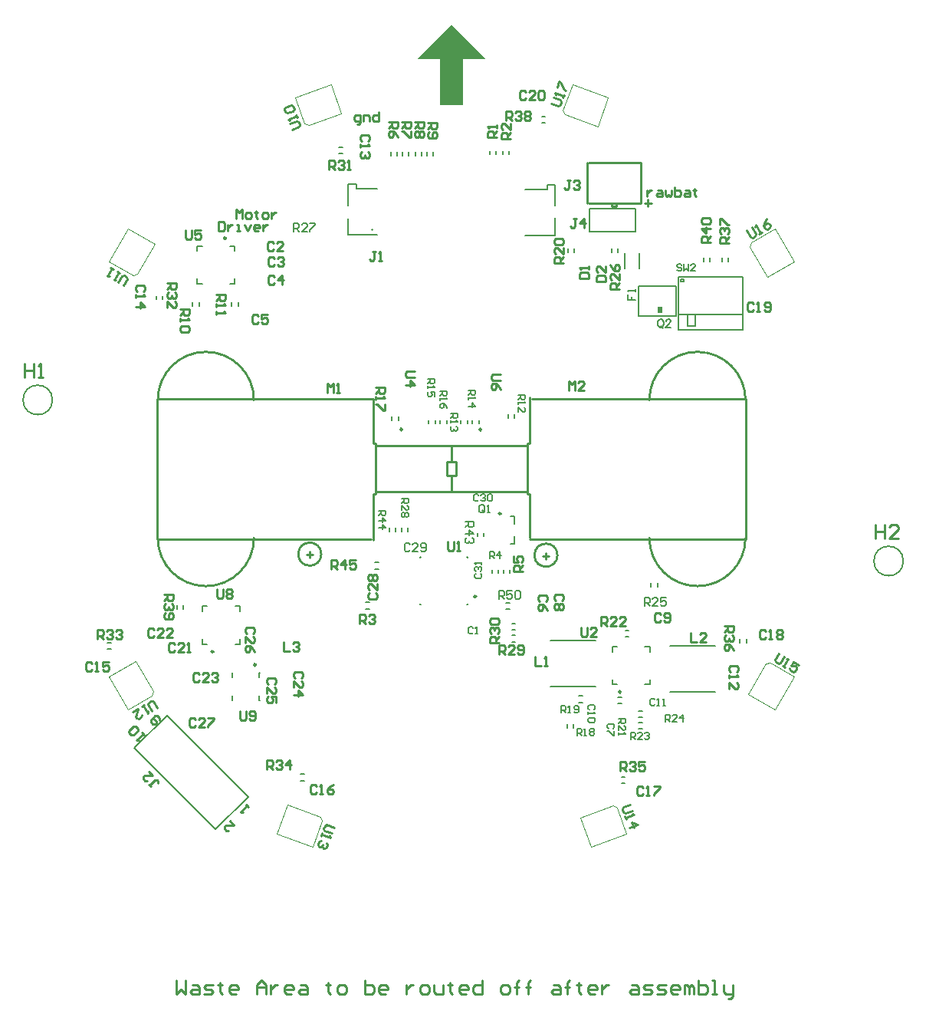
<source format=gto>
%FSLAX25Y25*%
%MOIN*%
G70*
G01*
G75*
G04 Layer_Color=65535*
%ADD10R,0.03543X0.02756*%
%ADD11R,0.02756X0.03543*%
%ADD12R,0.01969X0.02362*%
%ADD13R,0.02362X0.01969*%
%ADD14R,0.07874X0.03937*%
G04:AMPARAMS|DCode=15|XSize=24mil|YSize=47mil|CornerRadius=0mil|HoleSize=0mil|Usage=FLASHONLY|Rotation=200.000|XOffset=0mil|YOffset=0mil|HoleType=Round|Shape=Rectangle|*
%AMROTATEDRECTD15*
4,1,4,0.00324,0.02619,0.01931,-0.01798,-0.00324,-0.02619,-0.01931,0.01798,0.00324,0.02619,0.0*
%
%ADD15ROTATEDRECTD15*%

G04:AMPARAMS|DCode=16|XSize=24mil|YSize=47mil|CornerRadius=0mil|HoleSize=0mil|Usage=FLASHONLY|Rotation=340.000|XOffset=0mil|YOffset=0mil|HoleType=Round|Shape=Rectangle|*
%AMROTATEDRECTD16*
4,1,4,-0.01931,-0.01798,-0.00324,0.02619,0.01931,0.01798,0.00324,-0.02619,-0.01931,-0.01798,0.0*
%
%ADD16ROTATEDRECTD16*%

G04:AMPARAMS|DCode=17|XSize=24mil|YSize=47mil|CornerRadius=0mil|HoleSize=0mil|Usage=FLASHONLY|Rotation=120.000|XOffset=0mil|YOffset=0mil|HoleType=Round|Shape=Rectangle|*
%AMROTATEDRECTD17*
4,1,4,0.02635,0.00136,-0.01435,-0.02214,-0.02635,-0.00136,0.01435,0.02214,0.02635,0.00136,0.0*
%
%ADD17ROTATEDRECTD17*%

%ADD18R,0.03543X0.03150*%
%ADD19R,0.03150X0.03543*%
%ADD20R,0.17300X0.05650*%
%ADD21O,0.01378X0.05906*%
G04:AMPARAMS|DCode=22|XSize=24mil|YSize=47mil|CornerRadius=0mil|HoleSize=0mil|Usage=FLASHONLY|Rotation=240.000|XOffset=0mil|YOffset=0mil|HoleType=Round|Shape=Rectangle|*
%AMROTATEDRECTD22*
4,1,4,-0.01435,0.02214,0.02635,-0.00136,0.01435,-0.02214,-0.02635,0.00136,-0.01435,0.02214,0.0*
%
%ADD22ROTATEDRECTD22*%

%ADD23R,0.05512X0.04724*%
%ADD24C,0.04000*%
%ADD25R,0.06299X0.05118*%
%ADD26R,0.02913X0.11004*%
%ADD27R,0.04724X0.05512*%
%ADD28R,0.03150X0.01181*%
%ADD29R,0.01181X0.03150*%
%ADD30O,0.03347X0.00984*%
%ADD31O,0.00984X0.03347*%
%ADD32O,0.03150X0.00984*%
%ADD33O,0.00984X0.03150*%
%ADD34R,0.14173X0.14173*%
%ADD35R,0.09843X0.09843*%
%ADD36O,0.00984X0.03740*%
%ADD37O,0.03740X0.00984*%
%ADD38R,0.09449X0.09449*%
%ADD39R,0.05906X0.02362*%
%ADD40R,0.04000X0.02800*%
%ADD41R,0.02756X0.05906*%
%ADD42C,0.02500*%
%ADD43C,0.04000*%
%ADD44C,0.00800*%
%ADD45C,0.01500*%
%ADD46C,0.01000*%
%ADD47C,0.03000*%
%ADD48C,0.02000*%
%ADD49R,0.15800X0.06400*%
%ADD50C,0.15800*%
%ADD51C,0.03100*%
%ADD52C,0.05512*%
%ADD53C,0.05000*%
%ADD54R,0.05906X0.05906*%
%ADD55C,0.05906*%
%ADD56P,0.08352X4X180.0*%
%ADD57C,0.03543*%
%ADD58C,0.03500*%
%ADD59C,0.11200*%
%ADD60C,0.15200*%
%ADD61C,0.17500*%
%ADD62C,0.91500*%
%ADD63C,0.02598*%
%ADD64C,0.00984*%
%ADD65C,0.00787*%
%ADD66C,0.00394*%
%ADD67C,0.00500*%
G36*
X491667Y467877D02*
X489698D01*
Y469255D01*
Y470633D01*
X491667D01*
Y467877D01*
D02*
G37*
G36*
X414950Y578200D02*
X404950D01*
Y558200D01*
X394950D01*
Y578200D01*
X384950D01*
X399950Y593200D01*
X414950Y578200D01*
D02*
G37*
D44*
X596400Y360000D02*
G03*
X596400Y360000I-6400J0D01*
G01*
X226400Y430000D02*
G03*
X226400Y430000I-6400J0D01*
G01*
X481431Y479500D02*
X497572D01*
X481431Y466490D02*
X497572D01*
Y479500D01*
X481431Y466490D02*
Y479500D01*
X498500Y483500D02*
X526500D01*
Y461500D02*
Y483500D01*
Y460500D02*
Y461500D01*
X498500Y460500D02*
X526500D01*
X498500D02*
Y483500D01*
X499500Y482500D02*
X501000D01*
Y481500D02*
Y482500D01*
X499500Y481500D02*
X501000D01*
X499500D02*
Y482500D01*
X498500Y467000D02*
X526500D01*
X502500Y462000D02*
Y467000D01*
Y462000D02*
X506000D01*
Y467000D01*
X476501Y475833D02*
Y473500D01*
X478251D01*
Y474666D01*
Y473500D01*
X480000D01*
Y476999D02*
Y478165D01*
Y477582D01*
X476501D01*
X477084Y476999D01*
X420500Y343500D02*
Y346999D01*
X422249D01*
X422833Y346416D01*
Y345249D01*
X422249Y344666D01*
X420500D01*
X421666D02*
X422833Y343500D01*
X426332Y346999D02*
X423999D01*
Y345249D01*
X425165Y345833D01*
X425748D01*
X426332Y345249D01*
Y344083D01*
X425748Y343500D01*
X424582D01*
X423999Y344083D01*
X427498Y346416D02*
X428081Y346999D01*
X429247D01*
X429830Y346416D01*
Y344083D01*
X429247Y343500D01*
X428081D01*
X427498Y344083D01*
Y346416D01*
X368300Y381900D02*
X371299D01*
Y380400D01*
X370799Y379901D01*
X369799D01*
X369300Y380400D01*
Y381900D01*
Y380900D02*
X368300Y379901D01*
Y377401D02*
X371299D01*
X369799Y378901D01*
Y376902D01*
X368300Y374402D02*
X371299D01*
X369799Y375902D01*
Y373903D01*
X447650Y294100D02*
Y297099D01*
X449150D01*
X449649Y296599D01*
Y295600D01*
X449150Y295100D01*
X447650D01*
X448650D02*
X449649Y294100D01*
X450649D02*
X451649D01*
X451149D01*
Y297099D01*
X450649Y296599D01*
X453148Y294600D02*
X453648Y294100D01*
X454648D01*
X455148Y294600D01*
Y296599D01*
X454648Y297099D01*
X453648D01*
X453148Y296599D01*
Y296099D01*
X453648Y295600D01*
X455148D01*
X416500Y361000D02*
Y363999D01*
X418000D01*
X418499Y363499D01*
Y362499D01*
X418000Y362000D01*
X416500D01*
X417500D02*
X418499Y361000D01*
X420998D02*
Y363999D01*
X419499Y362499D01*
X421498D01*
X407300Y434200D02*
X410299D01*
Y432700D01*
X409799Y432201D01*
X408800D01*
X408300Y432700D01*
Y434200D01*
Y433200D02*
X407300Y432201D01*
Y431201D02*
Y430201D01*
Y430701D01*
X410299D01*
X409799Y431201D01*
X407300Y427202D02*
X410299D01*
X408800Y428702D01*
Y426702D01*
X399500Y424100D02*
X402499D01*
Y422601D01*
X401999Y422101D01*
X400999D01*
X400500Y422601D01*
Y424100D01*
Y423100D02*
X399500Y422101D01*
Y421101D02*
Y420101D01*
Y420601D01*
X402499D01*
X401999Y421101D01*
Y418602D02*
X402499Y418102D01*
Y417102D01*
X401999Y416602D01*
X401499D01*
X400999Y417102D01*
Y417602D01*
Y417102D01*
X400500Y416602D01*
X400000D01*
X399500Y417102D01*
Y418102D01*
X400000Y418602D01*
X470199Y287201D02*
X470699Y287701D01*
Y288700D01*
X470199Y289200D01*
X468200D01*
X467700Y288700D01*
Y287701D01*
X468200Y287201D01*
X470699Y286201D02*
Y284202D01*
X470199D01*
X468200Y286201D01*
X467700D01*
X488299Y299799D02*
X487800Y300299D01*
X486800D01*
X486300Y299799D01*
Y297800D01*
X486800Y297300D01*
X487800D01*
X488299Y297800D01*
X489299Y297300D02*
X490299D01*
X489799D01*
Y300299D01*
X489299Y299799D01*
X491798Y297300D02*
X492798D01*
X492298D01*
Y300299D01*
X491798Y299799D01*
X461799Y295351D02*
X462299Y295850D01*
Y296850D01*
X461799Y297350D01*
X459800D01*
X459300Y296850D01*
Y295850D01*
X459800Y295351D01*
X459300Y294351D02*
Y293351D01*
Y293851D01*
X462299D01*
X461799Y294351D01*
Y291852D02*
X462299Y291352D01*
Y290352D01*
X461799Y289852D01*
X459800D01*
X459300Y290352D01*
Y291352D01*
X459800Y291852D01*
X461799D01*
X493050Y290250D02*
Y293249D01*
X494550D01*
X495049Y292749D01*
Y291750D01*
X494550Y291250D01*
X493050D01*
X494050D02*
X495049Y290250D01*
X498048D02*
X496049D01*
X498048Y292249D01*
Y292749D01*
X497548Y293249D01*
X496549D01*
X496049Y292749D01*
X500548Y290250D02*
Y293249D01*
X499048Y291750D01*
X501047D01*
X477900Y282550D02*
Y285549D01*
X479399D01*
X479899Y285049D01*
Y284050D01*
X479399Y283550D01*
X477900D01*
X478900D02*
X479899Y282550D01*
X482898D02*
X480899D01*
X482898Y284549D01*
Y285049D01*
X482399Y285549D01*
X481399D01*
X480899Y285049D01*
X483898D02*
X484398Y285549D01*
X485398D01*
X485897Y285049D01*
Y284549D01*
X485398Y284050D01*
X484898D01*
X485398D01*
X485897Y283550D01*
Y283050D01*
X485398Y282550D01*
X484398D01*
X483898Y283050D01*
X454450Y284250D02*
Y287249D01*
X455949D01*
X456449Y286749D01*
Y285750D01*
X455949Y285250D01*
X454450D01*
X455450D02*
X456449Y284250D01*
X457449D02*
X458449D01*
X457949D01*
Y287249D01*
X457449Y286749D01*
X459948D02*
X460448Y287249D01*
X461448D01*
X461948Y286749D01*
Y286249D01*
X461448Y285750D01*
X461948Y285250D01*
Y284750D01*
X461448Y284250D01*
X460448D01*
X459948Y284750D01*
Y285250D01*
X460448Y285750D01*
X459948Y286249D01*
Y286749D01*
X460448Y285750D02*
X461448D01*
X472550Y291400D02*
X475549D01*
Y289900D01*
X475049Y289401D01*
X474050D01*
X473550Y289900D01*
Y291400D01*
Y290400D02*
X472550Y289401D01*
Y286402D02*
Y288401D01*
X474549Y286402D01*
X475049D01*
X475549Y286901D01*
Y287901D01*
X475049Y288401D01*
X472550Y285402D02*
Y284402D01*
Y284902D01*
X475549D01*
X475049Y285402D01*
X429100Y432300D02*
X432099D01*
Y430800D01*
X431599Y430301D01*
X430599D01*
X430100Y430800D01*
Y432300D01*
Y431300D02*
X429100Y430301D01*
Y429301D02*
Y428301D01*
Y428801D01*
X432099D01*
X431599Y429301D01*
X429100Y424802D02*
Y426802D01*
X431099Y424802D01*
X431599D01*
X432099Y425302D01*
Y426302D01*
X431599Y426802D01*
X395050Y433900D02*
X398049D01*
Y432401D01*
X397549Y431901D01*
X396550D01*
X396050Y432401D01*
Y433900D01*
Y432900D02*
X395050Y431901D01*
Y430901D02*
Y429901D01*
Y430401D01*
X398049D01*
X397549Y430901D01*
X398049Y426402D02*
X397549Y427402D01*
X396550Y428402D01*
X395550D01*
X395050Y427902D01*
Y426902D01*
X395550Y426402D01*
X396050D01*
X396550Y426902D01*
Y428402D01*
X389450Y439100D02*
X392449D01*
Y437601D01*
X391949Y437101D01*
X390950D01*
X390450Y437601D01*
Y439100D01*
Y438100D02*
X389450Y437101D01*
Y436101D02*
Y435101D01*
Y435601D01*
X392449D01*
X391949Y436101D01*
X392449Y431602D02*
Y433602D01*
X390950D01*
X391449Y432602D01*
Y432102D01*
X390950Y431602D01*
X389950D01*
X389450Y432102D01*
Y433102D01*
X389950Y433602D01*
X409399Y330949D02*
X408899Y331449D01*
X407900D01*
X407400Y330949D01*
Y328950D01*
X407900Y328450D01*
X408899D01*
X409399Y328950D01*
X410399Y328450D02*
X411399D01*
X410899D01*
Y331449D01*
X410399Y330949D01*
X378200Y387050D02*
X381199D01*
Y385550D01*
X380699Y385051D01*
X379699D01*
X379200Y385550D01*
Y387050D01*
Y386050D02*
X378200Y385051D01*
Y382052D02*
Y384051D01*
X380199Y382052D01*
X380699D01*
X381199Y382552D01*
Y383551D01*
X380699Y384051D01*
Y381052D02*
X381199Y380552D01*
Y379552D01*
X380699Y379053D01*
X380199D01*
X379699Y379552D01*
X379200Y379053D01*
X378700D01*
X378200Y379552D01*
Y380552D01*
X378700Y381052D01*
X379200D01*
X379699Y380552D01*
X380199Y381052D01*
X380699D01*
X379699Y380552D02*
Y379552D01*
X381833Y367116D02*
X381249Y367699D01*
X380083D01*
X379500Y367116D01*
Y364783D01*
X380083Y364200D01*
X381249D01*
X381833Y364783D01*
X385331Y364200D02*
X382999D01*
X385331Y366533D01*
Y367116D01*
X384748Y367699D01*
X383582D01*
X382999Y367116D01*
X386498Y364783D02*
X387081Y364200D01*
X388247D01*
X388830Y364783D01*
Y367116D01*
X388247Y367699D01*
X387081D01*
X386498Y367116D01*
Y366533D01*
X387081Y365949D01*
X388830D01*
X411749Y388549D02*
X411249Y389049D01*
X410250D01*
X409750Y388549D01*
Y386550D01*
X410250Y386050D01*
X411249D01*
X411749Y386550D01*
X412749Y388549D02*
X413249Y389049D01*
X414249D01*
X414748Y388549D01*
Y388049D01*
X414249Y387549D01*
X413749D01*
X414249D01*
X414748Y387050D01*
Y386550D01*
X414249Y386050D01*
X413249D01*
X412749Y386550D01*
X415748Y388549D02*
X416248Y389049D01*
X417248D01*
X417747Y388549D01*
Y386550D01*
X417248Y386050D01*
X416248D01*
X415748Y386550D01*
Y388549D01*
X414333Y381583D02*
Y383916D01*
X413749Y384499D01*
X412583D01*
X412000Y383916D01*
Y381583D01*
X412583Y381000D01*
X413749D01*
X413166Y382166D02*
X414333Y381000D01*
X413749D02*
X414333Y381583D01*
X415499Y381000D02*
X416665D01*
X416082D01*
Y384499D01*
X415499Y383916D01*
X331350Y503300D02*
Y506799D01*
X333099D01*
X333683Y506216D01*
Y505049D01*
X333099Y504466D01*
X331350D01*
X332516D02*
X333683Y503300D01*
X337181D02*
X334849D01*
X337181Y505633D01*
Y506216D01*
X336598Y506799D01*
X335432D01*
X334849Y506216D01*
X338348Y506799D02*
X340680D01*
Y506216D01*
X338348Y503883D01*
Y503300D01*
X483850Y340500D02*
Y343999D01*
X485599D01*
X486183Y343416D01*
Y342249D01*
X485599Y341666D01*
X483850D01*
X485016D02*
X486183Y340500D01*
X489681D02*
X487349D01*
X489681Y342833D01*
Y343416D01*
X489098Y343999D01*
X487932D01*
X487349Y343416D01*
X493180Y343999D02*
X490848D01*
Y342249D01*
X492014Y342833D01*
X492597D01*
X493180Y342249D01*
Y341083D01*
X492597Y340500D01*
X491431D01*
X490848Y341083D01*
X406000Y377000D02*
X409499D01*
Y375251D01*
X408916Y374667D01*
X407749D01*
X407166Y375251D01*
Y377000D01*
Y375834D02*
X406000Y374667D01*
Y371752D02*
X409499D01*
X407749Y373501D01*
Y371169D01*
X408916Y370002D02*
X409499Y369419D01*
Y368253D01*
X408916Y367670D01*
X408333D01*
X407749Y368253D01*
Y368836D01*
Y368253D01*
X407166Y367670D01*
X406583D01*
X406000Y368253D01*
Y369419D01*
X406583Y370002D01*
X410501Y354499D02*
X410001Y353999D01*
Y353000D01*
X410501Y352500D01*
X412500D01*
X413000Y353000D01*
Y353999D01*
X412500Y354499D01*
X410501Y355499D02*
X410001Y355999D01*
Y356998D01*
X410501Y357498D01*
X411001D01*
X411501Y356998D01*
Y356499D01*
Y356998D01*
X412000Y357498D01*
X412500D01*
X413000Y356998D01*
Y355999D01*
X412500Y355499D01*
X413000Y358498D02*
Y359498D01*
Y358998D01*
X410001D01*
X410501Y358498D01*
X499999Y488499D02*
X499500Y488999D01*
X498500D01*
X498000Y488499D01*
Y487999D01*
X498500Y487500D01*
X499500D01*
X499999Y487000D01*
Y486500D01*
X499500Y486000D01*
X498500D01*
X498000Y486500D01*
X500999Y488999D02*
Y486000D01*
X501999Y487000D01*
X502998Y486000D01*
Y488999D01*
X505997Y486000D02*
X503998D01*
X505997Y487999D01*
Y488499D01*
X505498Y488999D01*
X504498D01*
X503998Y488499D01*
D46*
X446000Y362550D02*
G03*
X446000Y362550I-5000J0D01*
G01*
X343300Y363000D02*
G03*
X343300Y363000I-5000J0D01*
G01*
X485978Y370000D02*
G03*
X527778Y370000I20900J0D01*
G01*
X527778Y430000D02*
G03*
X485978Y430000I-20900J0D01*
G01*
X314022D02*
G03*
X272222Y430000I-20900J0D01*
G01*
X272222Y370000D02*
G03*
X314022Y370000I20900J0D01*
G01*
X433978Y411000D02*
Y431000D01*
X434978Y430512D02*
X527963D01*
X433978Y370000D02*
Y389000D01*
X432978D02*
X433978D01*
X432978D02*
Y396000D01*
Y411000D01*
X433978D01*
Y369488D02*
X527963D01*
Y430512D01*
X399939Y390000D02*
X432978D01*
X399978Y410000D02*
X432978D01*
X399978Y403000D02*
Y410000D01*
X397978Y403000D02*
X399978D01*
X397978Y397000D02*
Y403000D01*
Y397000D02*
X399939D01*
Y390000D02*
Y397000D01*
X469500Y514000D02*
Y515000D01*
Y514000D02*
X471500D01*
Y515000D01*
X483800Y515500D02*
X486800D01*
X485400Y514126D02*
Y517000D01*
X459500Y515307D02*
X482000D01*
X459500Y533024D02*
X482000D01*
X458949Y515500D02*
Y533000D01*
X482177Y515500D02*
Y533000D01*
X365200Y503998D02*
Y504298D01*
X366022Y369000D02*
Y389000D01*
X272037Y369488D02*
X365022D01*
X366022Y411000D02*
Y430000D01*
Y411000D02*
X367022D01*
Y404000D02*
Y411000D01*
Y389000D02*
Y404000D01*
X366022Y389000D02*
X367022D01*
X272037Y430512D02*
X366022D01*
X272037Y369488D02*
Y430512D01*
X367022Y410000D02*
X400061D01*
X367022Y390000D02*
X400022D01*
Y397000D01*
X402022D01*
Y403000D01*
X400061D02*
X402022D01*
X400061D02*
Y410000D01*
X584250Y375848D02*
Y369850D01*
Y372849D01*
X588249D01*
Y375848D01*
Y369850D01*
X594247D02*
X590248D01*
X594247Y373849D01*
Y374848D01*
X593247Y375848D01*
X591248D01*
X590248Y374848D01*
X214250Y445848D02*
Y439850D01*
Y442849D01*
X218249D01*
Y445848D01*
Y439850D01*
X220248D02*
X222247D01*
X221248D01*
Y445848D01*
X220248Y444848D01*
X473000Y478000D02*
X469001D01*
Y479999D01*
X469668Y480666D01*
X471001D01*
X471667Y479999D01*
Y478000D01*
Y479333D02*
X473000Y480666D01*
Y484664D02*
Y481999D01*
X470334Y484664D01*
X469668D01*
X469001Y483998D01*
Y482665D01*
X469668Y481999D01*
X469001Y488663D02*
X469668Y487330D01*
X471001Y485997D01*
X472334D01*
X473000Y486664D01*
Y487997D01*
X472334Y488663D01*
X471667D01*
X471001Y487997D01*
Y485997D01*
X454316Y508649D02*
X452983D01*
X453649D01*
Y505316D01*
X452983Y504650D01*
X452316D01*
X451650Y505316D01*
X457648Y504650D02*
Y508649D01*
X455649Y506649D01*
X458315D01*
X448500Y489500D02*
X444501D01*
Y491499D01*
X445168Y492166D01*
X446501D01*
X447167Y491499D01*
Y489500D01*
Y490833D02*
X448500Y492166D01*
Y496165D02*
Y493499D01*
X445834Y496165D01*
X445168D01*
X444501Y495498D01*
Y494165D01*
X445168Y493499D01*
Y497497D02*
X444501Y498164D01*
Y499497D01*
X445168Y500163D01*
X447834D01*
X448500Y499497D01*
Y498164D01*
X447834Y497497D01*
X445168D01*
X463051Y481450D02*
X467050D01*
Y483449D01*
X466384Y484116D01*
X463718D01*
X463051Y483449D01*
Y481450D01*
X467050Y488115D02*
Y485449D01*
X464384Y488115D01*
X463718D01*
X463051Y487448D01*
Y486115D01*
X463718Y485449D01*
X455601Y482950D02*
X459600D01*
Y484949D01*
X458934Y485616D01*
X456268D01*
X455601Y484949D01*
Y482950D01*
X459600Y486949D02*
Y488282D01*
Y487615D01*
X455601D01*
X456268Y486949D01*
X512500Y498500D02*
X508501D01*
Y500499D01*
X509168Y501166D01*
X510501D01*
X511167Y500499D01*
Y498500D01*
Y499833D02*
X512500Y501166D01*
Y504498D02*
X508501D01*
X510501Y502499D01*
Y505164D01*
X509168Y506497D02*
X508501Y507164D01*
Y508497D01*
X509168Y509163D01*
X511834D01*
X512500Y508497D01*
Y507164D01*
X511834Y506497D01*
X509168D01*
X257201Y479687D02*
X258867Y482573D01*
X258623Y483483D01*
X257469Y484150D01*
X256558Y483906D01*
X254892Y481020D01*
X255737Y485149D02*
X254583Y485816D01*
X255160Y485483D01*
X253161Y482020D01*
X254071Y482264D01*
X252851Y486816D02*
X251697Y487482D01*
X252274Y487149D01*
X250275Y483686D01*
X251185Y483930D01*
X271899Y296137D02*
X270233Y299023D01*
X269323Y299267D01*
X268168Y298600D01*
X267925Y297690D01*
X269591Y294804D01*
X266437Y297601D02*
X265283Y296934D01*
X265860Y297267D01*
X267859Y293804D01*
X268103Y294715D01*
X261243Y294602D02*
X263551Y295935D01*
X262575Y292293D01*
X262909Y291716D01*
X263819Y291472D01*
X264973Y292138D01*
X265217Y293049D01*
X359850Y332900D02*
Y336899D01*
X361849D01*
X362516Y336232D01*
Y334899D01*
X361849Y334233D01*
X359850D01*
X361183D02*
X362516Y332900D01*
X363849Y336232D02*
X364515Y336899D01*
X365848D01*
X366514Y336232D01*
Y335566D01*
X365848Y334899D01*
X365182D01*
X365848D01*
X366514Y334233D01*
Y333566D01*
X365848Y332900D01*
X364515D01*
X363849Y333566D01*
X389500Y550500D02*
X393499D01*
Y548501D01*
X392832Y547834D01*
X391499D01*
X390833Y548501D01*
Y550500D01*
Y549167D02*
X389500Y547834D01*
X390166Y546501D02*
X389500Y545835D01*
Y544502D01*
X390166Y543835D01*
X392832D01*
X393499Y544502D01*
Y545835D01*
X392832Y546501D01*
X392166D01*
X391499Y545835D01*
Y543835D01*
X384050Y550800D02*
X388049D01*
Y548801D01*
X387382Y548134D01*
X386049D01*
X385383Y548801D01*
Y550800D01*
Y549467D02*
X384050Y548134D01*
X387382Y546801D02*
X388049Y546135D01*
Y544802D01*
X387382Y544136D01*
X386716D01*
X386049Y544802D01*
X385383Y544136D01*
X384716D01*
X384050Y544802D01*
Y546135D01*
X384716Y546801D01*
X385383D01*
X386049Y546135D01*
X386716Y546801D01*
X387382D01*
X386049Y546135D02*
Y544802D01*
X378250Y550850D02*
X382249D01*
Y548851D01*
X381582Y548184D01*
X380249D01*
X379583Y548851D01*
Y550850D01*
Y549517D02*
X378250Y548184D01*
X382249Y546851D02*
Y544185D01*
X381582D01*
X378916Y546851D01*
X378250D01*
X372700Y550900D02*
X376699D01*
Y548901D01*
X376032Y548234D01*
X374699D01*
X374033Y548901D01*
Y550900D01*
Y549567D02*
X372700Y548234D01*
X376699Y544236D02*
X376032Y545568D01*
X374699Y546901D01*
X373366D01*
X372700Y546235D01*
Y544902D01*
X373366Y544236D01*
X374033D01*
X374699Y544902D01*
Y546901D01*
X297450Y475650D02*
X301449D01*
Y473651D01*
X300782Y472984D01*
X299449D01*
X298783Y473651D01*
Y475650D01*
Y474317D02*
X297450Y472984D01*
Y471651D02*
Y470318D01*
Y470985D01*
X301449D01*
X300782Y471651D01*
X297450Y468319D02*
Y466986D01*
Y467653D01*
X301449D01*
X300782Y468319D01*
X281800Y469550D02*
X285799D01*
Y467551D01*
X285132Y466884D01*
X283799D01*
X283133Y467551D01*
Y469550D01*
Y468217D02*
X281800Y466884D01*
Y465551D02*
Y464218D01*
Y464885D01*
X285799D01*
X285132Y465551D01*
Y462219D02*
X285799Y461553D01*
Y460220D01*
X285132Y459553D01*
X282466D01*
X281800Y460220D01*
Y461553D01*
X282466Y462219D01*
X285132D01*
X465100Y331650D02*
Y335649D01*
X467099D01*
X467766Y334982D01*
Y333649D01*
X467099Y332983D01*
X465100D01*
X466433D02*
X467766Y331650D01*
X471765D02*
X469099D01*
X471765Y334316D01*
Y334982D01*
X471098Y335649D01*
X469765D01*
X469099Y334982D01*
X475763Y331650D02*
X473097D01*
X475763Y334316D01*
Y334982D01*
X475097Y335649D01*
X473764D01*
X473097Y334982D01*
X440832Y342334D02*
X441499Y343001D01*
Y344334D01*
X440832Y345000D01*
X438166D01*
X437500Y344334D01*
Y343001D01*
X438166Y342334D01*
X441499Y338335D02*
X440832Y339668D01*
X439499Y341001D01*
X438166D01*
X437500Y340335D01*
Y339002D01*
X438166Y338335D01*
X438833D01*
X439499Y339002D01*
Y341001D01*
X523832Y311884D02*
X524499Y312551D01*
Y313884D01*
X523832Y314550D01*
X521166D01*
X520500Y313884D01*
Y312551D01*
X521166Y311884D01*
X520500Y310551D02*
Y309218D01*
Y309885D01*
X524499D01*
X523832Y310551D01*
X520500Y304553D02*
Y307219D01*
X523166Y304553D01*
X523832D01*
X524499Y305220D01*
Y306553D01*
X523832Y307219D01*
X491066Y336732D02*
X490399Y337399D01*
X489066D01*
X488400Y336732D01*
Y334066D01*
X489066Y333400D01*
X490399D01*
X491066Y334066D01*
X492399D02*
X493065Y333400D01*
X494398D01*
X495064Y334066D01*
Y336732D01*
X494398Y337399D01*
X493065D01*
X492399Y336732D01*
Y336066D01*
X493065Y335399D01*
X495064D01*
X447832Y342834D02*
X448499Y343501D01*
Y344834D01*
X447832Y345500D01*
X445166D01*
X444500Y344834D01*
Y343501D01*
X445166Y342834D01*
X447832Y341501D02*
X448499Y340835D01*
Y339502D01*
X447832Y338836D01*
X447166D01*
X446499Y339502D01*
X445833Y338836D01*
X445166D01*
X444500Y339502D01*
Y340835D01*
X445166Y341501D01*
X445833D01*
X446499Y340835D01*
X447166Y341501D01*
X447832D01*
X446499Y340835D02*
Y339502D01*
X322466Y498132D02*
X321799Y498799D01*
X320466D01*
X319800Y498132D01*
Y495466D01*
X320466Y494800D01*
X321799D01*
X322466Y495466D01*
X326465Y494800D02*
X323799D01*
X326465Y497466D01*
Y498132D01*
X325798Y498799D01*
X324465D01*
X323799Y498132D01*
X298100Y347799D02*
Y344466D01*
X298766Y343800D01*
X300099D01*
X300766Y344466D01*
Y347799D01*
X302099Y347132D02*
X302765Y347799D01*
X304098D01*
X304765Y347132D01*
Y346466D01*
X304098Y345799D01*
X304765Y345133D01*
Y344466D01*
X304098Y343800D01*
X302765D01*
X302099Y344466D01*
Y345133D01*
X302765Y345799D01*
X302099Y346466D01*
Y347132D01*
X302765Y345799D02*
X304098D01*
X398300Y368549D02*
Y365216D01*
X398966Y364550D01*
X400299D01*
X400966Y365216D01*
Y368549D01*
X402299Y364550D02*
X403632D01*
X402965D01*
Y368549D01*
X402299Y367882D01*
X421349Y441150D02*
X418016D01*
X417350Y440484D01*
Y439151D01*
X418016Y438484D01*
X421349D01*
Y434485D02*
X420682Y435818D01*
X419349Y437151D01*
X418016D01*
X417350Y436485D01*
Y435152D01*
X418016Y434485D01*
X418683D01*
X419349Y435152D01*
Y437151D01*
X284400Y503899D02*
Y500566D01*
X285066Y499900D01*
X286399D01*
X287066Y500566D01*
Y503899D01*
X291065D02*
X288399D01*
Y501899D01*
X289732Y502566D01*
X290398D01*
X291065Y501899D01*
Y500566D01*
X290398Y499900D01*
X289065D01*
X288399Y500566D01*
X383999Y442450D02*
X380666D01*
X380000Y441784D01*
Y440451D01*
X380666Y439784D01*
X383999D01*
X380000Y436452D02*
X383999D01*
X381999Y438451D01*
Y435785D01*
X274800Y345450D02*
X278799D01*
Y343451D01*
X278132Y342784D01*
X276799D01*
X276133Y343451D01*
Y345450D01*
Y344117D02*
X274800Y342784D01*
X278132Y341451D02*
X278799Y340785D01*
Y339452D01*
X278132Y338786D01*
X277466D01*
X276799Y339452D01*
Y340118D01*
Y339452D01*
X276133Y338786D01*
X275466D01*
X274800Y339452D01*
Y340785D01*
X275466Y341451D01*
Y337453D02*
X274800Y336786D01*
Y335453D01*
X275466Y334787D01*
X278132D01*
X278799Y335453D01*
Y336786D01*
X278132Y337453D01*
X277466D01*
X276799Y336786D01*
Y334787D01*
X423650Y551350D02*
Y555349D01*
X425649D01*
X426316Y554682D01*
Y553349D01*
X425649Y552683D01*
X423650D01*
X424983D02*
X426316Y551350D01*
X427649Y554682D02*
X428315Y555349D01*
X429648D01*
X430314Y554682D01*
Y554016D01*
X429648Y553349D01*
X428982D01*
X429648D01*
X430314Y552683D01*
Y552016D01*
X429648Y551350D01*
X428315D01*
X427649Y552016D01*
X431647Y554682D02*
X432314Y555349D01*
X433647D01*
X434313Y554682D01*
Y554016D01*
X433647Y553349D01*
X434313Y552683D01*
Y552016D01*
X433647Y551350D01*
X432314D01*
X431647Y552016D01*
Y552683D01*
X432314Y553349D01*
X431647Y554016D01*
Y554682D01*
X432314Y553349D02*
X433647D01*
X520500Y498000D02*
X516501D01*
Y499999D01*
X517168Y500666D01*
X518501D01*
X519167Y499999D01*
Y498000D01*
Y499333D02*
X520500Y500666D01*
X517168Y501999D02*
X516501Y502665D01*
Y503998D01*
X517168Y504665D01*
X517834D01*
X518501Y503998D01*
Y503332D01*
Y503998D01*
X519167Y504665D01*
X519834D01*
X520500Y503998D01*
Y502665D01*
X519834Y501999D01*
X516501Y505997D02*
Y508663D01*
X517168D01*
X519834Y505997D01*
X520500D01*
X518600Y331900D02*
X522599D01*
Y329901D01*
X521932Y329234D01*
X520599D01*
X519933Y329901D01*
Y331900D01*
Y330567D02*
X518600Y329234D01*
X521932Y327901D02*
X522599Y327235D01*
Y325902D01*
X521932Y325236D01*
X521266D01*
X520599Y325902D01*
Y326568D01*
Y325902D01*
X519933Y325236D01*
X519266D01*
X518600Y325902D01*
Y327235D01*
X519266Y327901D01*
X522599Y321237D02*
X521932Y322570D01*
X520599Y323903D01*
X519266D01*
X518600Y323236D01*
Y321903D01*
X519266Y321237D01*
X519933D01*
X520599Y321903D01*
Y323903D01*
X473150Y268750D02*
Y272749D01*
X475149D01*
X475816Y272082D01*
Y270749D01*
X475149Y270083D01*
X473150D01*
X474483D02*
X475816Y268750D01*
X477149Y272082D02*
X477815Y272749D01*
X479148D01*
X479814Y272082D01*
Y271416D01*
X479148Y270749D01*
X478482D01*
X479148D01*
X479814Y270083D01*
Y269416D01*
X479148Y268750D01*
X477815D01*
X477149Y269416D01*
X483813Y272749D02*
X481147D01*
Y270749D01*
X482480Y271416D01*
X483147D01*
X483813Y270749D01*
Y269416D01*
X483147Y268750D01*
X481814D01*
X481147Y269416D01*
X319700Y269400D02*
Y273399D01*
X321699D01*
X322366Y272732D01*
Y271399D01*
X321699Y270733D01*
X319700D01*
X321033D02*
X322366Y269400D01*
X323699Y272732D02*
X324365Y273399D01*
X325698D01*
X326364Y272732D01*
Y272066D01*
X325698Y271399D01*
X325032D01*
X325698D01*
X326364Y270733D01*
Y270066D01*
X325698Y269400D01*
X324365D01*
X323699Y270066D01*
X329697Y269400D02*
Y273399D01*
X327697Y271399D01*
X330363D01*
X245850Y326250D02*
Y330249D01*
X247849D01*
X248516Y329582D01*
Y328249D01*
X247849Y327583D01*
X245850D01*
X247183D02*
X248516Y326250D01*
X249849Y329582D02*
X250515Y330249D01*
X251848D01*
X252515Y329582D01*
Y328916D01*
X251848Y328249D01*
X251182D01*
X251848D01*
X252515Y327583D01*
Y326916D01*
X251848Y326250D01*
X250515D01*
X249849Y326916D01*
X253847Y329582D02*
X254514Y330249D01*
X255847D01*
X256513Y329582D01*
Y328916D01*
X255847Y328249D01*
X255180D01*
X255847D01*
X256513Y327583D01*
Y326916D01*
X255847Y326250D01*
X254514D01*
X253847Y326916D01*
X276400Y480700D02*
X280399D01*
Y478701D01*
X279732Y478034D01*
X278399D01*
X277733Y478701D01*
Y480700D01*
Y479367D02*
X276400Y478034D01*
X279732Y476701D02*
X280399Y476035D01*
Y474702D01*
X279732Y474036D01*
X279066D01*
X278399Y474702D01*
Y475368D01*
Y474702D01*
X277733Y474036D01*
X277066D01*
X276400Y474702D01*
Y476035D01*
X277066Y476701D01*
X276400Y470037D02*
Y472703D01*
X279066Y470037D01*
X279732D01*
X280399Y470703D01*
Y472036D01*
X279732Y472703D01*
X346650Y530200D02*
Y534199D01*
X348649D01*
X349316Y533532D01*
Y532199D01*
X348649Y531533D01*
X346650D01*
X347983D02*
X349316Y530200D01*
X350649Y533532D02*
X351315Y534199D01*
X352648D01*
X353314Y533532D01*
Y532866D01*
X352648Y532199D01*
X351982D01*
X352648D01*
X353314Y531533D01*
Y530866D01*
X352648Y530200D01*
X351315D01*
X350649Y530866D01*
X354647Y530200D02*
X355980D01*
X355314D01*
Y534199D01*
X354647Y533532D01*
X367050Y435600D02*
X371049D01*
Y433601D01*
X370382Y432934D01*
X369049D01*
X368383Y433601D01*
Y435600D01*
Y434267D02*
X367050Y432934D01*
Y431601D02*
Y430268D01*
Y430935D01*
X371049D01*
X370382Y431601D01*
X371049Y428269D02*
Y425603D01*
X370382D01*
X367716Y428269D01*
X367050D01*
X326850Y324949D02*
Y320950D01*
X329516D01*
X330849Y324282D02*
X331515Y324949D01*
X332848D01*
X333514Y324282D01*
Y323616D01*
X332848Y322949D01*
X332182D01*
X332848D01*
X333514Y322283D01*
Y321616D01*
X332848Y320950D01*
X331515D01*
X330849Y321616D01*
X504100Y328799D02*
Y324800D01*
X506766D01*
X510765D02*
X508099D01*
X510765Y327466D01*
Y328132D01*
X510098Y328799D01*
X508765D01*
X508099Y328132D01*
X436200Y318599D02*
Y314600D01*
X438866D01*
X440199D02*
X441532D01*
X440865D01*
Y318599D01*
X440199Y317932D01*
X451666Y525499D02*
X450333D01*
X450999D01*
Y522166D01*
X450333Y521500D01*
X449666D01*
X449000Y522166D01*
X452999Y524832D02*
X453665Y525499D01*
X454998D01*
X455664Y524832D01*
Y524166D01*
X454998Y523499D01*
X454332D01*
X454998D01*
X455664Y522833D01*
Y522166D01*
X454998Y521500D01*
X453665D01*
X452999Y522166D01*
X288616Y291232D02*
X287949Y291899D01*
X286616D01*
X285950Y291232D01*
Y288566D01*
X286616Y287900D01*
X287949D01*
X288616Y288566D01*
X292615Y287900D02*
X289949D01*
X292615Y290566D01*
Y291232D01*
X291948Y291899D01*
X290615D01*
X289949Y291232D01*
X293947Y291899D02*
X296613D01*
Y291232D01*
X293947Y288566D01*
Y287900D01*
X334732Y309184D02*
X335399Y309851D01*
Y311184D01*
X334732Y311850D01*
X332066D01*
X331400Y311184D01*
Y309851D01*
X332066Y309184D01*
X331400Y305186D02*
Y307851D01*
X334066Y305186D01*
X334732D01*
X335399Y305852D01*
Y307185D01*
X334732Y307851D01*
X331400Y301853D02*
X335399D01*
X333399Y303853D01*
Y301187D01*
X290116Y310682D02*
X289449Y311349D01*
X288116D01*
X287450Y310682D01*
Y308016D01*
X288116Y307350D01*
X289449D01*
X290116Y308016D01*
X294114Y307350D02*
X291449D01*
X294114Y310016D01*
Y310682D01*
X293448Y311349D01*
X292115D01*
X291449Y310682D01*
X295447D02*
X296114Y311349D01*
X297447D01*
X298113Y310682D01*
Y310016D01*
X297447Y309349D01*
X296780D01*
X297447D01*
X298113Y308683D01*
Y308016D01*
X297447Y307350D01*
X296114D01*
X295447Y308016D01*
X270716Y330032D02*
X270049Y330699D01*
X268716D01*
X268050Y330032D01*
Y327366D01*
X268716Y326700D01*
X270049D01*
X270716Y327366D01*
X274714Y326700D02*
X272049D01*
X274714Y329366D01*
Y330032D01*
X274048Y330699D01*
X272715D01*
X272049Y330032D01*
X278713Y326700D02*
X276047D01*
X278713Y329366D01*
Y330032D01*
X278047Y330699D01*
X276714D01*
X276047Y330032D01*
X279766Y323732D02*
X279099Y324399D01*
X277766D01*
X277100Y323732D01*
Y321066D01*
X277766Y320400D01*
X279099D01*
X279766Y321066D01*
X283765Y320400D02*
X281099D01*
X283765Y323066D01*
Y323732D01*
X283098Y324399D01*
X281765D01*
X281099Y323732D01*
X285097Y320400D02*
X286430D01*
X285764D01*
Y324399D01*
X285097Y323732D01*
X432266Y563732D02*
X431599Y564399D01*
X430266D01*
X429600Y563732D01*
Y561066D01*
X430266Y560400D01*
X431599D01*
X432266Y561066D01*
X436265Y560400D02*
X433599D01*
X436265Y563066D01*
Y563732D01*
X435598Y564399D01*
X434265D01*
X433599Y563732D01*
X437597D02*
X438264Y564399D01*
X439597D01*
X440263Y563732D01*
Y561066D01*
X439597Y560400D01*
X438264D01*
X437597Y561066D01*
Y563732D01*
X531266Y471932D02*
X530599Y472599D01*
X529266D01*
X528600Y471932D01*
Y469266D01*
X529266Y468600D01*
X530599D01*
X531266Y469266D01*
X532599Y468600D02*
X533932D01*
X533265D01*
Y472599D01*
X532599Y471932D01*
X535931Y469266D02*
X536597Y468600D01*
X537930D01*
X538597Y469266D01*
Y471932D01*
X537930Y472599D01*
X536597D01*
X535931Y471932D01*
Y471266D01*
X536597Y470599D01*
X538597D01*
X536616Y329332D02*
X535949Y329999D01*
X534616D01*
X533950Y329332D01*
Y326666D01*
X534616Y326000D01*
X535949D01*
X536616Y326666D01*
X537949Y326000D02*
X539282D01*
X538615D01*
Y329999D01*
X537949Y329332D01*
X541281D02*
X541947Y329999D01*
X543280D01*
X543947Y329332D01*
Y328666D01*
X543280Y327999D01*
X543947Y327333D01*
Y326666D01*
X543280Y326000D01*
X541947D01*
X541281Y326666D01*
Y327333D01*
X541947Y327999D01*
X541281Y328666D01*
Y329332D01*
X541947Y327999D02*
X543280D01*
X483116Y261582D02*
X482449Y262249D01*
X481116D01*
X480450Y261582D01*
Y258916D01*
X481116Y258250D01*
X482449D01*
X483116Y258916D01*
X484449Y258250D02*
X485782D01*
X485115D01*
Y262249D01*
X484449Y261582D01*
X487781Y262249D02*
X490447D01*
Y261582D01*
X487781Y258916D01*
Y258250D01*
X341416Y261982D02*
X340749Y262649D01*
X339416D01*
X338750Y261982D01*
Y259316D01*
X339416Y258650D01*
X340749D01*
X341416Y259316D01*
X342749Y258650D02*
X344082D01*
X343415D01*
Y262649D01*
X342749Y261982D01*
X348747Y262649D02*
X347414Y261982D01*
X346081Y260649D01*
Y259316D01*
X346747Y258650D01*
X348080D01*
X348747Y259316D01*
Y259983D01*
X348080Y260649D01*
X346081D01*
X243616Y315632D02*
X242949Y316299D01*
X241616D01*
X240950Y315632D01*
Y312966D01*
X241616Y312300D01*
X242949D01*
X243616Y312966D01*
X244949Y312300D02*
X246282D01*
X245615D01*
Y316299D01*
X244949Y315632D01*
X250947Y316299D02*
X248281D01*
Y314299D01*
X249614Y314966D01*
X250280D01*
X250947Y314299D01*
Y312966D01*
X250280Y312300D01*
X248947D01*
X248281Y312966D01*
X265782Y477184D02*
X266449Y477851D01*
Y479184D01*
X265782Y479850D01*
X263116D01*
X262450Y479184D01*
Y477851D01*
X263116Y477184D01*
X262450Y475851D02*
Y474518D01*
Y475185D01*
X266449D01*
X265782Y475851D01*
X262450Y470520D02*
X266449D01*
X264449Y472519D01*
Y469853D01*
X363632Y542584D02*
X364299Y543251D01*
Y544584D01*
X363632Y545250D01*
X360966D01*
X360300Y544584D01*
Y543251D01*
X360966Y542584D01*
X360300Y541251D02*
Y539918D01*
Y540585D01*
X364299D01*
X363632Y541251D01*
Y537919D02*
X364299Y537253D01*
Y535920D01*
X363632Y535253D01*
X362966D01*
X362299Y535920D01*
Y536586D01*
Y535920D01*
X361633Y535253D01*
X360966D01*
X360300Y535920D01*
Y537253D01*
X360966Y537919D01*
X315916Y466382D02*
X315249Y467049D01*
X313916D01*
X313250Y466382D01*
Y463716D01*
X313916Y463050D01*
X315249D01*
X315916Y463716D01*
X319915Y467049D02*
X317249D01*
Y465049D01*
X318582Y465716D01*
X319248D01*
X319915Y465049D01*
Y463716D01*
X319248Y463050D01*
X317915D01*
X317249Y463716D01*
X443292Y558968D02*
X446424Y557828D01*
X447278Y558226D01*
X447734Y559479D01*
X447335Y560333D01*
X444204Y561473D01*
X448418Y561358D02*
X448874Y562610D01*
X448646Y561984D01*
X444888Y563351D01*
X445286Y562497D01*
X445800Y565857D02*
X446711Y568362D01*
X447338Y568134D01*
X448931Y564717D01*
X449557Y564489D01*
X528301Y503713D02*
X529967Y500827D01*
X530877Y500583D01*
X532031Y501250D01*
X532275Y502160D01*
X530609Y505046D01*
X533763Y502249D02*
X534917Y502916D01*
X534340Y502583D01*
X532341Y506046D01*
X532097Y505135D01*
X536958Y508711D02*
X536137Y507468D01*
X535649Y505647D01*
X536316Y504493D01*
X537226Y504249D01*
X538380Y504915D01*
X538624Y505826D01*
X538291Y506403D01*
X537381Y506647D01*
X535649Y505647D01*
X477758Y254118D02*
X474626Y252978D01*
X474228Y252124D01*
X474684Y250871D01*
X475538Y250473D01*
X478669Y251613D01*
X475368Y248992D02*
X475823Y247740D01*
X475596Y248366D01*
X479353Y249734D01*
X478499Y250132D01*
X477191Y243982D02*
X480949Y245350D01*
X478386Y246545D01*
X479298Y244040D01*
X348808Y244182D02*
X345676Y245322D01*
X344822Y244924D01*
X344366Y243671D01*
X344764Y242817D01*
X347896Y241677D01*
X343682Y241792D02*
X343227Y240540D01*
X343454Y241166D01*
X347212Y239798D01*
X346814Y240653D01*
X345674Y237521D02*
X346072Y236667D01*
X345616Y235415D01*
X344762Y235016D01*
X344136Y235244D01*
X343738Y236099D01*
X343966Y236725D01*
X343738Y236099D01*
X342883Y235700D01*
X342257Y235928D01*
X341859Y236782D01*
X342315Y238035D01*
X343169Y238433D01*
X330442Y547582D02*
X333574Y548722D01*
X333972Y549576D01*
X333516Y550829D01*
X332662Y551227D01*
X329531Y550087D01*
X332832Y552708D02*
X332377Y553960D01*
X332604Y553334D01*
X328847Y551966D01*
X329701Y551568D01*
X328561Y554699D02*
X327707Y555097D01*
X327251Y556350D01*
X327650Y557204D01*
X330155Y558116D01*
X331009Y557718D01*
X331465Y556465D01*
X331066Y555611D01*
X328561Y554699D01*
X456300Y331249D02*
Y327916D01*
X456966Y327250D01*
X458299D01*
X458966Y327916D01*
Y331249D01*
X462964Y327250D02*
X460299D01*
X462964Y329916D01*
Y330582D01*
X462298Y331249D01*
X460965D01*
X460299Y330582D01*
X322866Y483332D02*
X322199Y483999D01*
X320866D01*
X320200Y483332D01*
Y480666D01*
X320866Y480000D01*
X322199D01*
X322866Y480666D01*
X326198Y480000D02*
Y483999D01*
X324199Y481999D01*
X326865D01*
X322966Y491532D02*
X322299Y492199D01*
X320966D01*
X320300Y491532D01*
Y488866D01*
X320966Y488200D01*
X322299D01*
X322966Y488866D01*
X324299Y491532D02*
X324965Y492199D01*
X326298D01*
X326964Y491532D01*
Y490866D01*
X326298Y490199D01*
X325632D01*
X326298D01*
X326964Y489533D01*
Y488866D01*
X326298Y488200D01*
X324965D01*
X324299Y488866D01*
X451100Y434000D02*
Y437999D01*
X452433Y436666D01*
X453766Y437999D01*
Y434000D01*
X457764D02*
X455099D01*
X457764Y436666D01*
Y437332D01*
X457098Y437999D01*
X455765D01*
X455099Y437332D01*
X345850Y433100D02*
Y437099D01*
X347183Y435766D01*
X348516Y437099D01*
Y433100D01*
X349849D02*
X351182D01*
X350515D01*
Y437099D01*
X349849Y436432D01*
X367066Y494399D02*
X365733D01*
X366399D01*
Y491066D01*
X365733Y490400D01*
X365066D01*
X364400Y491066D01*
X368399Y490400D02*
X369732D01*
X369065D01*
Y494399D01*
X368399Y493732D01*
X268187Y262958D02*
X269130Y262015D01*
X268659Y262486D01*
X271015Y264843D01*
X271957D01*
X272429Y264371D01*
Y263429D01*
X268187Y268613D02*
X270073Y266727D01*
X266302D01*
X265831Y266256D01*
Y265314D01*
X266774Y264371D01*
X267716D01*
X322832Y306384D02*
X323499Y307051D01*
Y308384D01*
X322832Y309050D01*
X320166D01*
X319500Y308384D01*
Y307051D01*
X320166Y306384D01*
X319500Y302385D02*
Y305051D01*
X322166Y302385D01*
X322832D01*
X323499Y303052D01*
Y304385D01*
X322832Y305051D01*
X323499Y298387D02*
Y301053D01*
X321499D01*
X322166Y299720D01*
Y299053D01*
X321499Y298387D01*
X320166D01*
X319500Y299053D01*
Y300386D01*
X320166Y301053D01*
X313732Y328384D02*
X314399Y329051D01*
Y330384D01*
X313732Y331050D01*
X311066D01*
X310400Y330384D01*
Y329051D01*
X311066Y328384D01*
X310400Y324385D02*
Y327051D01*
X313066Y324385D01*
X313732D01*
X314399Y325052D01*
Y326385D01*
X313732Y327051D01*
X314399Y320387D02*
X313732Y321720D01*
X312399Y323053D01*
X311066D01*
X310400Y322386D01*
Y321053D01*
X311066Y320387D01*
X311733D01*
X312399Y321053D01*
Y323053D01*
X420600Y319400D02*
Y323399D01*
X422599D01*
X423266Y322732D01*
Y321399D01*
X422599Y320733D01*
X420600D01*
X421933D02*
X423266Y319400D01*
X427264D02*
X424599D01*
X427264Y322066D01*
Y322732D01*
X426598Y323399D01*
X425265D01*
X424599Y322732D01*
X428597Y320066D02*
X429264Y319400D01*
X430597D01*
X431263Y320066D01*
Y322732D01*
X430597Y323399D01*
X429264D01*
X428597Y322732D01*
Y322066D01*
X429264Y321399D01*
X431263D01*
X420500Y324500D02*
X416501D01*
Y326499D01*
X417168Y327166D01*
X418501D01*
X419167Y326499D01*
Y324500D01*
Y325833D02*
X420500Y327166D01*
X417168Y328499D02*
X416501Y329165D01*
Y330498D01*
X417168Y331165D01*
X417834D01*
X418501Y330498D01*
Y329832D01*
Y330498D01*
X419167Y331165D01*
X419834D01*
X420500Y330498D01*
Y329165D01*
X419834Y328499D01*
X417168Y332497D02*
X416501Y333164D01*
Y334497D01*
X417168Y335163D01*
X419834D01*
X420500Y334497D01*
Y333164D01*
X419834Y332497D01*
X417168D01*
X307900Y294799D02*
Y291466D01*
X308566Y290800D01*
X309899D01*
X310566Y291466D01*
Y294799D01*
X311899Y291466D02*
X312565Y290800D01*
X313898D01*
X314564Y291466D01*
Y294132D01*
X313898Y294799D01*
X312565D01*
X311899Y294132D01*
Y293466D01*
X312565Y292799D01*
X314564D01*
X542399Y319963D02*
X540733Y317077D01*
X540977Y316167D01*
X542132Y315500D01*
X543042Y315744D01*
X544708Y318630D01*
X543863Y314501D02*
X545017Y313834D01*
X544440Y314167D01*
X546440Y317630D01*
X545529Y317387D01*
X551057Y314965D02*
X548748Y316298D01*
X547749Y314566D01*
X549236Y314477D01*
X549813Y314143D01*
X550057Y313233D01*
X549391Y312079D01*
X548480Y311835D01*
X547326Y312501D01*
X547082Y313412D01*
X364168Y346166D02*
X363501Y345499D01*
Y344166D01*
X364168Y343500D01*
X366834D01*
X367500Y344166D01*
Y345499D01*
X366834Y346166D01*
X367500Y350165D02*
Y347499D01*
X364834Y350165D01*
X364168D01*
X363501Y349498D01*
Y348165D01*
X364168Y347499D01*
Y351497D02*
X363501Y352164D01*
Y353497D01*
X364168Y354163D01*
X364834D01*
X365501Y353497D01*
X366167Y354163D01*
X366834D01*
X367500Y353497D01*
Y352164D01*
X366834Y351497D01*
X366167D01*
X365501Y352164D01*
X364834Y351497D01*
X364168D01*
X365501Y352164D02*
Y353497D01*
X347500Y356500D02*
Y360499D01*
X349499D01*
X350166Y359832D01*
Y358499D01*
X349499Y357833D01*
X347500D01*
X348833D02*
X350166Y356500D01*
X353498D02*
Y360499D01*
X351499Y358499D01*
X354165D01*
X358163Y360499D02*
X355497D01*
Y358499D01*
X356830Y359166D01*
X357497D01*
X358163Y358499D01*
Y357166D01*
X357497Y356500D01*
X356164D01*
X355497Y357166D01*
X419500Y544000D02*
X415501D01*
Y545999D01*
X416168Y546666D01*
X417501D01*
X418167Y545999D01*
Y544000D01*
Y545333D02*
X419500Y546666D01*
Y547999D02*
Y549332D01*
Y548665D01*
X415501D01*
X416168Y547999D01*
X425500Y543500D02*
X421501D01*
Y545499D01*
X422168Y546166D01*
X423501D01*
X424167Y545499D01*
Y543500D01*
Y544833D02*
X425500Y546166D01*
Y550165D02*
Y547499D01*
X422834Y550165D01*
X422168D01*
X421501Y549498D01*
Y548165D01*
X422168Y547499D01*
X431000Y355500D02*
X427001D01*
Y357499D01*
X427668Y358166D01*
X429001D01*
X429667Y357499D01*
Y355500D01*
Y356833D02*
X431000Y358166D01*
X427001Y362164D02*
Y359499D01*
X429001D01*
X428334Y360832D01*
Y361498D01*
X429001Y362164D01*
X430334D01*
X431000Y361498D01*
Y360165D01*
X430334Y359499D01*
X280200Y177898D02*
Y171900D01*
X282199Y173899D01*
X284199Y171900D01*
Y177898D01*
X287198Y175899D02*
X289197D01*
X290197Y174899D01*
Y171900D01*
X287198D01*
X286198Y172900D01*
X287198Y173899D01*
X290197D01*
X292196Y171900D02*
X295195D01*
X296195Y172900D01*
X295195Y173899D01*
X293196D01*
X292196Y174899D01*
X293196Y175899D01*
X296195D01*
X299194Y176898D02*
Y175899D01*
X298194D01*
X300194D01*
X299194D01*
Y172900D01*
X300194Y171900D01*
X306192D02*
X304192D01*
X303193Y172900D01*
Y174899D01*
X304192Y175899D01*
X306192D01*
X307191Y174899D01*
Y173899D01*
X303193D01*
X315189Y171900D02*
Y175899D01*
X317188Y177898D01*
X319187Y175899D01*
Y171900D01*
Y174899D01*
X315189D01*
X321187Y175899D02*
Y171900D01*
Y173899D01*
X322186Y174899D01*
X323186Y175899D01*
X324186D01*
X330184Y171900D02*
X328185D01*
X327185Y172900D01*
Y174899D01*
X328185Y175899D01*
X330184D01*
X331184Y174899D01*
Y173899D01*
X327185D01*
X334183Y175899D02*
X336182D01*
X337182Y174899D01*
Y171900D01*
X334183D01*
X333183Y172900D01*
X334183Y173899D01*
X337182D01*
X346179Y176898D02*
Y175899D01*
X345179D01*
X347178D01*
X346179D01*
Y172900D01*
X347178Y171900D01*
X351177D02*
X353176D01*
X354176Y172900D01*
Y174899D01*
X353176Y175899D01*
X351177D01*
X350177Y174899D01*
Y172900D01*
X351177Y171900D01*
X362174Y177898D02*
Y171900D01*
X365173D01*
X366172Y172900D01*
Y173899D01*
Y174899D01*
X365173Y175899D01*
X362174D01*
X371171Y171900D02*
X369171D01*
X368172Y172900D01*
Y174899D01*
X369171Y175899D01*
X371171D01*
X372170Y174899D01*
Y173899D01*
X368172D01*
X380168Y175899D02*
Y171900D01*
Y173899D01*
X381167Y174899D01*
X382167Y175899D01*
X383167D01*
X387165Y171900D02*
X389165D01*
X390164Y172900D01*
Y174899D01*
X389165Y175899D01*
X387165D01*
X386166Y174899D01*
Y172900D01*
X387165Y171900D01*
X392164Y175899D02*
Y172900D01*
X393163Y171900D01*
X396163D01*
Y175899D01*
X399162Y176898D02*
Y175899D01*
X398162D01*
X400161D01*
X399162D01*
Y172900D01*
X400161Y171900D01*
X406159D02*
X404160D01*
X403160Y172900D01*
Y174899D01*
X404160Y175899D01*
X406159D01*
X407159Y174899D01*
Y173899D01*
X403160D01*
X413157Y177898D02*
Y171900D01*
X410158D01*
X409158Y172900D01*
Y174899D01*
X410158Y175899D01*
X413157D01*
X422154Y171900D02*
X424153D01*
X425153Y172900D01*
Y174899D01*
X424153Y175899D01*
X422154D01*
X421154Y174899D01*
Y172900D01*
X422154Y171900D01*
X428152D02*
Y176898D01*
Y174899D01*
X427152D01*
X429152D01*
X428152D01*
Y176898D01*
X429152Y177898D01*
X433150Y171900D02*
Y176898D01*
Y174899D01*
X432151D01*
X434150D01*
X433150D01*
Y176898D01*
X434150Y177898D01*
X444147Y175899D02*
X446146D01*
X447146Y174899D01*
Y171900D01*
X444147D01*
X443147Y172900D01*
X444147Y173899D01*
X447146D01*
X450145Y171900D02*
Y176898D01*
Y174899D01*
X449145D01*
X451145D01*
X450145D01*
Y176898D01*
X451145Y177898D01*
X455143Y176898D02*
Y175899D01*
X454144D01*
X456143D01*
X455143D01*
Y172900D01*
X456143Y171900D01*
X462141D02*
X460142D01*
X459142Y172900D01*
Y174899D01*
X460142Y175899D01*
X462141D01*
X463141Y174899D01*
Y173899D01*
X459142D01*
X465140Y175899D02*
Y171900D01*
Y173899D01*
X466140Y174899D01*
X467139Y175899D01*
X468139D01*
X478136D02*
X480135D01*
X481135Y174899D01*
Y171900D01*
X478136D01*
X477136Y172900D01*
X478136Y173899D01*
X481135D01*
X483134Y171900D02*
X486133D01*
X487133Y172900D01*
X486133Y173899D01*
X484134D01*
X483134Y174899D01*
X484134Y175899D01*
X487133D01*
X489132Y171900D02*
X492131D01*
X493131Y172900D01*
X492131Y173899D01*
X490132D01*
X489132Y174899D01*
X490132Y175899D01*
X493131D01*
X498130Y171900D02*
X496130D01*
X495130Y172900D01*
Y174899D01*
X496130Y175899D01*
X498130D01*
X499129Y174899D01*
Y173899D01*
X495130D01*
X501128Y171900D02*
Y175899D01*
X502128D01*
X503128Y174899D01*
Y171900D01*
Y174899D01*
X504128Y175899D01*
X505127Y174899D01*
Y171900D01*
X507127Y177898D02*
Y171900D01*
X510126D01*
X511125Y172900D01*
Y173899D01*
Y174899D01*
X510126Y175899D01*
X507127D01*
X513125Y171900D02*
X515124D01*
X514124D01*
Y177898D01*
X513125D01*
X518123Y175899D02*
Y172900D01*
X519123Y171900D01*
X522122D01*
Y170900D01*
X521122Y169901D01*
X520122D01*
X522122Y171900D02*
Y175899D01*
X485000Y521166D02*
Y518500D01*
Y519833D01*
X485666Y520499D01*
X486333Y521166D01*
X486999D01*
X489665D02*
X490998D01*
X491665Y520499D01*
Y518500D01*
X489665D01*
X488999Y519166D01*
X489665Y519833D01*
X491665D01*
X492997Y521166D02*
Y519166D01*
X493664Y518500D01*
X494330Y519166D01*
X494997Y518500D01*
X495663Y519166D01*
Y521166D01*
X496996Y522499D02*
Y518500D01*
X498995D01*
X499662Y519166D01*
Y519833D01*
Y520499D01*
X498995Y521166D01*
X496996D01*
X501661D02*
X502994D01*
X503661Y520499D01*
Y518500D01*
X501661D01*
X500995Y519166D01*
X501661Y519833D01*
X503661D01*
X505660Y521832D02*
Y521166D01*
X504993D01*
X506326D01*
X505660D01*
Y519166D01*
X506326Y518500D01*
X359033Y549667D02*
X359699D01*
X360366Y550334D01*
Y553666D01*
X358366D01*
X357700Y552999D01*
Y551666D01*
X358366Y551000D01*
X360366D01*
X361699D02*
Y553666D01*
X363698D01*
X364365Y552999D01*
Y551000D01*
X368363Y554999D02*
Y551000D01*
X366364D01*
X365697Y551666D01*
Y552999D01*
X366364Y553666D01*
X368363D01*
X439500Y362049D02*
X442166D01*
X440833Y363382D02*
Y360716D01*
X336950Y362649D02*
X339616D01*
X338283Y363982D02*
Y361316D01*
X298450Y507599D02*
Y503600D01*
X300449D01*
X301116Y504266D01*
Y506932D01*
X300449Y507599D01*
X298450D01*
X302449Y506266D02*
Y503600D01*
Y504933D01*
X303115Y505599D01*
X303782Y506266D01*
X304448D01*
X306447Y503600D02*
X307780D01*
X307114D01*
Y506266D01*
X306447D01*
X309780D02*
X311113Y503600D01*
X312445Y506266D01*
X315778Y503600D02*
X314445D01*
X313778Y504266D01*
Y505599D01*
X314445Y506266D01*
X315778D01*
X316444Y505599D01*
Y504933D01*
X313778D01*
X317777Y506266D02*
Y503600D01*
Y504933D01*
X318444Y505599D01*
X319110Y506266D01*
X319777D01*
X306150Y508900D02*
Y512899D01*
X307483Y511566D01*
X308816Y512899D01*
Y508900D01*
X310815D02*
X312148D01*
X312814Y509566D01*
Y510899D01*
X312148Y511566D01*
X310815D01*
X310149Y510899D01*
Y509566D01*
X310815Y508900D01*
X314814Y512232D02*
Y511566D01*
X314147D01*
X315480D01*
X314814D01*
Y509566D01*
X315480Y508900D01*
X318146D02*
X319479D01*
X320146Y509566D01*
Y510899D01*
X319479Y511566D01*
X318146D01*
X317480Y510899D01*
Y509566D01*
X318146Y508900D01*
X321478Y511566D02*
Y508900D01*
Y510233D01*
X322145Y510899D01*
X322811Y511566D01*
X323478D01*
X303515Y246985D02*
X305400Y245100D01*
X301630D01*
X301159Y244629D01*
Y243686D01*
X302101Y242744D01*
X303044D01*
X311571Y253257D02*
X310629Y254200D01*
X311100Y253729D01*
X308272Y250901D01*
X309215D01*
X272916Y290970D02*
Y291912D01*
X271973Y292855D01*
X271031D01*
X269146Y290970D01*
Y290027D01*
X270089Y289085D01*
X271031D01*
X271502Y289556D01*
Y290499D01*
X270089Y291912D01*
X266316Y284370D02*
X265374Y285313D01*
X265845Y284841D01*
X263018Y282014D01*
X263960D01*
X261604Y284370D02*
X260661D01*
X259719Y285313D01*
Y286255D01*
X261604Y288140D01*
X262546D01*
X263489Y287198D01*
Y286255D01*
X261604Y284370D01*
D64*
X412979Y417154D02*
G03*
X412979Y417154I-492J0D01*
G01*
X378579D02*
G03*
X378579Y417154I-492J0D01*
G01*
X296453Y320586D02*
G03*
X296453Y320586I-492J0D01*
G01*
X314929Y314949D02*
G03*
X314929Y314949I-492J0D01*
G01*
X410675Y344610D02*
G03*
X410675Y344610I-492J0D01*
G01*
X301929Y500314D02*
G03*
X301929Y500314I-492J0D01*
G01*
X473671Y303183D02*
G03*
X473671Y303183I-492J0D01*
G01*
X421449Y380587D02*
G03*
X421449Y380587I-492J0D01*
G01*
D65*
X424878Y536713D02*
Y538287D01*
X422122Y536713D02*
Y538287D01*
X419378Y536713D02*
Y538287D01*
X416622Y536713D02*
Y538287D01*
X366713Y356622D02*
X368287D01*
X366713Y359378D02*
X368287D01*
X489528Y348813D02*
Y350387D01*
X486772Y348813D02*
Y350387D01*
X426113Y329972D02*
X427687D01*
X426113Y332728D02*
X427687D01*
X378222Y372763D02*
Y374337D01*
X380978Y372763D02*
Y374337D01*
X426163Y327678D02*
X427737D01*
X426163Y324922D02*
X427737D01*
X494915Y303100D02*
X514600D01*
X494915Y323100D02*
X514600D01*
X390022Y419713D02*
Y421287D01*
X392778Y419713D02*
Y421287D01*
X395022Y419713D02*
Y421287D01*
X397778Y419713D02*
Y421287D01*
X376778Y421213D02*
Y422787D01*
X374022Y421213D02*
Y422787D01*
X427278Y422213D02*
Y423787D01*
X424522Y422213D02*
Y423787D01*
X472213Y298122D02*
X473787D01*
X472213Y300878D02*
X473787D01*
X450222Y287613D02*
Y289187D01*
X452978Y287613D02*
Y289187D01*
X481213Y287122D02*
X482787D01*
X481213Y289878D02*
X482787D01*
X481213Y294878D02*
X482787D01*
X481213Y292122D02*
X482787D01*
X350963Y539728D02*
X352537D01*
X350963Y536972D02*
X352537D01*
X274378Y473713D02*
Y475287D01*
X271622Y473713D02*
Y475287D01*
X250313Y321822D02*
X251887D01*
X250313Y324578D02*
X251887Y324578D01*
X334213Y267378D02*
X335787D01*
X334213Y264622D02*
X335787D01*
X473863Y266128D02*
X475437D01*
X473863Y263372D02*
X475437D01*
X525372Y324613D02*
Y326187D01*
X528128Y324613D02*
Y326187D01*
X520378Y490213D02*
Y491787D01*
X517622Y490213D02*
Y491787D01*
X439113Y550422D02*
X440687D01*
X439113Y553178D02*
X440687D01*
X283328Y339213D02*
Y340787D01*
X280572Y339213D02*
Y340787D01*
X475463Y327122D02*
X477037D01*
X475463Y329878D02*
X477037D01*
X404022Y419713D02*
Y421287D01*
X406778Y419713D02*
Y421287D01*
X411778Y419713D02*
Y421287D01*
X409022Y419713D02*
Y421287D01*
X290178Y470813D02*
Y472387D01*
X287422Y470813D02*
Y472387D01*
X307178Y470813D02*
Y472387D01*
X304422Y470813D02*
Y472387D01*
X373622Y536213D02*
Y537787D01*
X376378Y536213D02*
Y537787D01*
X378622Y536213D02*
Y537787D01*
X381378Y536213D02*
Y537787D01*
X384122Y536213D02*
Y537787D01*
X386878Y536213D02*
Y537787D01*
X389122Y536213D02*
Y537787D01*
X391878Y536213D02*
Y537787D01*
X362563Y339272D02*
X364137D01*
X362563Y342028D02*
X364137D01*
X420378Y354713D02*
Y356287D01*
X417622Y354713D02*
Y356287D01*
X455213Y301378D02*
X456787D01*
X455213Y298622D02*
X456787D01*
X372822Y372763D02*
Y374337D01*
X375578Y372763D02*
Y374337D01*
X423663Y339072D02*
X425237D01*
X423663Y341828D02*
X425237D01*
X512378Y490213D02*
Y491787D01*
X509622Y490213D02*
Y491787D01*
X453378Y494213D02*
Y495787D01*
X450622Y494213D02*
Y495787D01*
X472378Y494213D02*
Y495787D01*
X469622Y494213D02*
Y495787D01*
X481600Y487125D02*
Y493900D01*
X475400Y487100D02*
Y493900D01*
X480000Y503000D02*
Y513000D01*
X460000Y503000D02*
X480000D01*
X460000D02*
Y513000D01*
X480000D01*
X262074Y278713D02*
X276216Y292855D01*
X297429Y243358D02*
X311571Y257500D01*
X262074Y278713D02*
X297429Y243358D01*
X276216Y292855D02*
X311571Y257500D01*
X355000Y501700D02*
X367600D01*
X445000Y514488D02*
Y523598D01*
Y501498D02*
Y508998D01*
X355000Y514498D02*
Y523728D01*
Y501700D02*
Y508898D01*
X431900Y501498D02*
X445000D01*
X432100Y521598D02*
X441499D01*
X358701Y521720D02*
X367600D01*
X358701D02*
Y523728D01*
X355000Y521720D02*
Y523728D01*
Y521720D02*
Y523728D01*
X358701D01*
X441499Y521598D02*
Y523606D01*
Y523598D02*
X445000D01*
X442815Y305500D02*
X462500D01*
X442815Y325500D02*
X462500D01*
X413878Y370713D02*
Y372287D01*
X411122Y370713D02*
Y372287D01*
X305902Y323932D02*
X308068D01*
Y326098D01*
Y338302D02*
Y340468D01*
X305902D02*
X308068D01*
X291532D02*
X293698D01*
X291532Y338302D02*
Y340468D01*
Y323932D02*
Y326098D01*
Y323932D02*
X293698D01*
X304496Y311405D02*
X304594D01*
Y309535D02*
Y311405D01*
Y299594D02*
Y301465D01*
X304496Y299594D02*
X304594D01*
X316406D02*
X316504D01*
X316406D02*
Y301465D01*
Y309535D02*
Y311405D01*
X316504D01*
X406836Y341264D02*
Y341559D01*
X406541Y341264D02*
X406836D01*
X386364D02*
X386659D01*
X386364D02*
Y341559D01*
Y361441D02*
Y361736D01*
X386659D01*
X406541D02*
X406836D01*
Y361441D02*
Y361736D01*
X303504Y496968D02*
X305768D01*
Y494704D02*
Y496968D01*
Y480432D02*
Y482696D01*
X303504Y480432D02*
X305768D01*
X289232D02*
X291496D01*
X289232D02*
Y482696D01*
Y494704D02*
Y496968D01*
X291496D01*
X470029Y306529D02*
X472096D01*
X470029D02*
Y308596D01*
Y320604D02*
Y322671D01*
X472096D01*
X484104D02*
X486171D01*
Y320604D02*
Y322671D01*
Y306529D02*
Y308596D01*
X484104Y306529D02*
X486171D01*
X425378Y354713D02*
Y356287D01*
X422622Y354713D02*
Y356287D01*
X425681Y379405D02*
X427256D01*
Y376256D02*
Y379405D01*
X425681Y367595D02*
X427256D01*
Y370744D01*
D66*
X347478Y567124D02*
X352061Y554532D01*
X331939Y561468D02*
X347478Y567124D01*
X331939Y561468D02*
X336055Y550162D01*
X337808Y549344D01*
X352061Y554532D01*
X323939Y241532D02*
X328522Y254124D01*
X323939Y241532D02*
X339478Y235876D01*
X343593Y247183D01*
X342775Y248936D02*
X343593Y247183D01*
X328522Y254124D02*
X342775Y248936D01*
X455939Y248468D02*
X460522Y235876D01*
X476061Y241532D01*
X471945Y252838D02*
X476061Y241532D01*
X470192Y253656D02*
X471945Y252838D01*
X455939Y248468D02*
X470192Y253656D01*
X537331Y483490D02*
X548936Y490190D01*
X540669Y504510D02*
X548936Y490190D01*
X530248Y498494D02*
X540669Y504510D01*
X529748Y496626D02*
X530248Y498494D01*
X529748Y496626D02*
X537331Y483490D01*
X463478Y548876D02*
X468061Y561468D01*
X452522Y567124D02*
X468061Y561468D01*
X448407Y555817D02*
X452522Y567124D01*
X448407Y555817D02*
X449225Y554064D01*
X463478Y548876D01*
X251064Y309810D02*
X262669Y316510D01*
X251064Y309810D02*
X259331Y295490D01*
X269752Y301506D01*
X270252Y303374D01*
X262669Y316510D02*
X270252Y303374D01*
X259331Y504510D02*
X270936Y497810D01*
X251064Y490190D02*
X259331Y504510D01*
X251064Y490190D02*
X261484Y484174D01*
X263352Y484675D01*
X270936Y497810D01*
X529064Y302190D02*
X540669Y295490D01*
X548936Y309810D01*
X538516Y315826D02*
X548936Y309810D01*
X536648Y315325D02*
X538516Y315826D01*
X529064Y302190D02*
X536648Y315325D01*
D67*
X490500Y464999D02*
X490167Y464833D01*
X489833Y464499D01*
X489667Y464166D01*
X489500Y463666D01*
Y462833D01*
X489667Y462333D01*
X489833Y462000D01*
X490167Y461667D01*
X490500Y461500D01*
X491166D01*
X491500Y461667D01*
X491833Y462000D01*
X491999Y462333D01*
X492166Y462833D01*
Y463666D01*
X491999Y464166D01*
X491833Y464499D01*
X491500Y464833D01*
X491166Y464999D01*
X490500D01*
X491000Y462167D02*
X491999Y461167D01*
X493149Y464166D02*
Y464333D01*
X493316Y464666D01*
X493482Y464833D01*
X493816Y464999D01*
X494482D01*
X494815Y464833D01*
X494982Y464666D01*
X495149Y464333D01*
Y464000D01*
X494982Y463666D01*
X494649Y463166D01*
X492983Y461500D01*
X495315D01*
M02*

</source>
